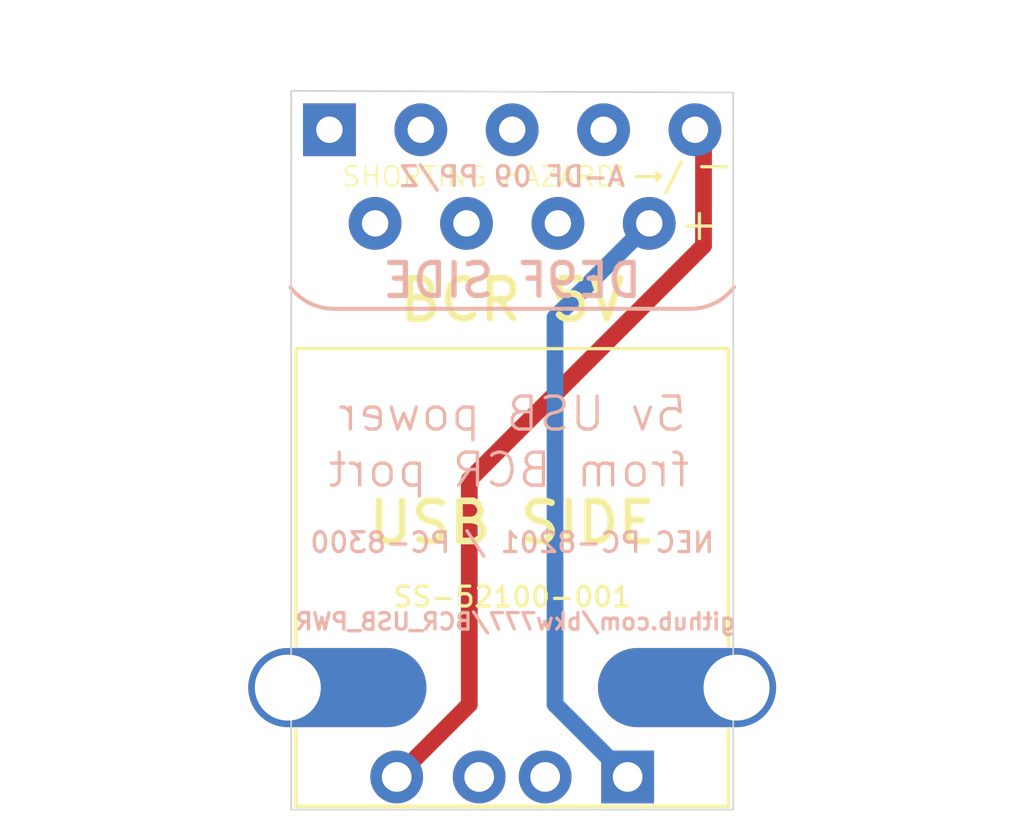
<source format=kicad_pcb>
(kicad_pcb (version 20171130) (host pcbnew 5.1.5-52549c5~84~ubuntu19.04.1)

  (general
    (thickness 1.6)
    (drawings 24)
    (tracks 8)
    (zones 0)
    (modules 2)
    (nets 4)
  )

  (page A4)
  (layers
    (0 F.Cu signal)
    (31 B.Cu signal)
    (32 B.Adhes user hide)
    (33 F.Adhes user hide)
    (34 B.Paste user hide)
    (35 F.Paste user hide)
    (36 B.SilkS user)
    (37 F.SilkS user)
    (38 B.Mask user)
    (39 F.Mask user hide)
    (40 Dwgs.User user hide)
    (41 Cmts.User user hide)
    (42 Eco1.User user hide)
    (43 Eco2.User user hide)
    (44 Edge.Cuts user)
    (45 Margin user hide)
    (46 B.CrtYd user hide)
    (47 F.CrtYd user hide)
    (48 B.Fab user hide)
    (49 F.Fab user hide)
  )

  (setup
    (last_trace_width 0.25)
    (user_trace_width 0.508)
    (trace_clearance 0.2)
    (zone_clearance 0.508)
    (zone_45_only no)
    (trace_min 0.2)
    (via_size 0.8)
    (via_drill 0.4)
    (via_min_size 0.4)
    (via_min_drill 0.3)
    (user_via 0.508 0.3048)
    (uvia_size 0.3)
    (uvia_drill 0.1)
    (uvias_allowed no)
    (uvia_min_size 0.2)
    (uvia_min_drill 0.1)
    (edge_width 0.05)
    (segment_width 0.2)
    (pcb_text_width 0.3)
    (pcb_text_size 1.5 1.5)
    (mod_edge_width 0.1016)
    (mod_text_size 1 1)
    (mod_text_width 0.15)
    (pad_size 1.6 1.6)
    (pad_drill 0.9)
    (pad_to_mask_clearance 0)
    (aux_axis_origin 0 0)
    (grid_origin 127 95.758)
    (visible_elements FFFFFF7F)
    (pcbplotparams
      (layerselection 0x010fc_ffffffff)
      (usegerberextensions false)
      (usegerberattributes false)
      (usegerberadvancedattributes false)
      (creategerberjobfile false)
      (excludeedgelayer true)
      (linewidth 0.100000)
      (plotframeref false)
      (viasonmask false)
      (mode 1)
      (useauxorigin false)
      (hpglpennumber 1)
      (hpglpenspeed 20)
      (hpglpendiameter 15.000000)
      (psnegative false)
      (psa4output false)
      (plotreference true)
      (plotvalue true)
      (plotinvisibletext false)
      (padsonsilk false)
      (subtractmaskfromsilk false)
      (outputformat 1)
      (mirror false)
      (drillshape 1)
      (scaleselection 1)
      (outputdirectory ""))
  )

  (net 0 "")
  (net 1 /+5V)
  (net 2 /GND)
  (net 3 "Net-(CN2-PadSH)")

  (net_class Default "This is the default net class."
    (clearance 0.2)
    (trace_width 0.25)
    (via_dia 0.8)
    (via_drill 0.4)
    (uvia_dia 0.3)
    (uvia_drill 0.1)
    (add_net /+5V)
    (add_net /GND)
    (add_net "Net-(CN2-PadSH)")
  )

  (module 0_LOCAL:A-DF_09_PP-Z_nec (layer B.Cu) (tedit 5F103A46) (tstamp 5F10179B)
    (at 121.46026 94.33814 180)
    (descr "9-pin D-Sub connector, straight/vertical, THT-mount, female, pitch 2.77x2.84mm, distance of mounting holes 25mm, see https://disti-assets.s3.amazonaws.com/tonar/files/datasheets/16730.pdf")
    (tags "9-pin D-Sub connector straight vertical THT female pitch 2.77x2.84mm mounting holes distance 25mm")
    (path /5F0C8236)
    (fp_text reference CN1 (at -5.5372 1.7018 180) (layer B.SilkS) hide
      (effects (font (size 1 1) (thickness 0.15)) (justify mirror))
    )
    (fp_text value DB9_Female (at -5.54 -4.53 180) (layer B.Fab)
      (effects (font (size 1 1) (thickness 0.15)) (justify mirror))
    )
    (fp_text user %R (at -5.54 -1.42 180) (layer B.Fab)
      (effects (font (size 1 1) (thickness 0.15)) (justify mirror))
    )
    (fp_line (start 9.96 3.91) (end -21.04 3.91) (layer B.CrtYd) (width 0.05))
    (fp_line (start 9.96 -6.74) (end 9.96 3.91) (layer B.CrtYd) (width 0.05))
    (fp_line (start -21.04 -6.74) (end 9.96 -6.74) (layer B.CrtYd) (width 0.05))
    (fp_line (start -21.04 3.91) (end -21.04 -6.74) (layer B.CrtYd) (width 0.05))
    (fp_line (start -10.942952 -5.43) (end -0.137048 -5.43) (layer B.SilkS) (width 0.12))
    (fp_line (start -13.358887 0.652163) (end -12.53015 -4.047837) (layer B.Fab) (width 0.1))
    (fp_line (start 2.278887 0.652163) (end 1.45015 -4.047837) (layer B.Fab) (width 0.1))
    (fp_line (start -10.954457 -5.37) (end -0.125543 -5.37) (layer B.Fab) (width 0.1))
    (fp_line (start -11.783194 2.53) (end 0.703194 2.53) (layer B.Fab) (width 0.1))
    (fp_arc (start -0.137048 -3.77) (end -0.137048 -5.43) (angle 52.39100523) (layer B.SilkS) (width 0.12))
    (fp_arc (start -10.942952 -3.77) (end -10.942952 -5.43) (angle -52.80148662) (layer B.SilkS) (width 0.12))
    (fp_arc (start -0.125543 -3.77) (end -0.125543 -5.37) (angle 80) (layer B.Fab) (width 0.1))
    (fp_arc (start -10.954457 -3.77) (end -10.954457 -5.37) (angle -80) (layer B.Fab) (width 0.1))
    (fp_arc (start 0.703194 0.93) (end 0.703194 2.53) (angle -100) (layer B.Fab) (width 0.1))
    (fp_arc (start -11.783194 0.93) (end -11.783194 2.53) (angle 100) (layer B.Fab) (width 0.1))
    (fp_line (start -5.54 -0.82) (end -5.54 -2.02) (layer Dwgs.User) (width 0.01))
    (fp_line (start -6.54 -1.42) (end -4.54 -1.42) (layer Dwgs.User) (width 0.01))
    (pad 9 thru_hole circle (at -9.695 -2.84 180) (size 1.6 1.6) (drill 0.8) (layers *.Cu *.Mask)
      (net 1 /+5V))
    (pad 8 thru_hole circle (at -6.925 -2.84 180) (size 1.6 1.6) (drill 0.8) (layers *.Cu *.Mask))
    (pad 7 thru_hole circle (at -4.155 -2.84 180) (size 1.6 1.6) (drill 0.8) (layers *.Cu *.Mask))
    (pad 6 thru_hole circle (at -1.385 -2.84 180) (size 1.6 1.6) (drill 0.8) (layers *.Cu *.Mask))
    (pad 5 thru_hole circle (at -11.08 0 180) (size 1.6 1.6) (drill 0.8) (layers *.Cu *.Mask)
      (net 2 /GND))
    (pad 4 thru_hole circle (at -8.31 0 180) (size 1.6 1.6) (drill 0.8) (layers *.Cu *.Mask))
    (pad 3 thru_hole circle (at -5.54 0 180) (size 1.6 1.6) (drill 0.8) (layers *.Cu *.Mask))
    (pad 2 thru_hole circle (at -2.77 0 180) (size 1.6 1.6) (drill 0.8) (layers *.Cu *.Mask))
    (pad 1 thru_hole rect (at 0 0 180) (size 1.6 1.6) (drill 0.8) (layers *.Cu *.Mask))
    (model ${KIPRJMOD}/3dmodels/DE9F_metal.step
      (offset (xyz -5.54 -1.42 6.3))
      (scale (xyz 1 1 1))
      (rotate (xyz 0 0 0))
    )
  )

  (module 0_LOCAL:USB_A_Female_UE27AC54100_cut (layer F.Cu) (tedit 5F100B70) (tstamp 5F0C1E7E)
    (at 127 111.258 180)
    (path /5F0C3585)
    (fp_text reference CN2 (at 0 -0.889 180 unlocked) (layer F.SilkS) hide
      (effects (font (size 1 1) (thickness 0.15)))
    )
    (fp_text value UE27AC54100 (at 0 11.35 180) (layer F.Fab)
      (effects (font (size 1 1) (thickness 0.15)))
    )
    (fp_line (start -6.55 -3.6) (end 6.55 -3.6) (layer F.SilkS) (width 0.1))
    (fp_line (start 6.55 1.25) (end 6.55 10.28) (layer F.SilkS) (width 0.1))
    (fp_line (start -6.55 1.25) (end -6.55 10.28) (layer F.SilkS) (width 0.1))
    (fp_line (start -6.55 -3.6) (end -6.55 -1.25) (layer F.SilkS) (width 0.1))
    (fp_line (start -6.55 -3.6) (end 6.55 -3.6) (layer F.Fab) (width 0.1))
    (fp_line (start 6.55 -3.6) (end 6.55 10.28) (layer F.Fab) (width 0.1))
    (fp_line (start -6.55 -3.6) (end -6.55 10.28) (layer F.Fab) (width 0.1))
    (fp_line (start -6.55 10.28) (end 6.55 10.28) (layer F.Fab) (width 0.1))
    (fp_line (start 6.55 -3.6) (end 6.55 -1.25) (layer F.SilkS) (width 0.1))
    (fp_line (start 6.55 10.28) (end -6.55 10.28) (layer F.SilkS) (width 0.1))
    (fp_line (start -6.75 -3.94) (end 6.75 -3.94) (layer F.CrtYd) (width 0.05))
    (fp_line (start 6.75 -3.94) (end 6.75 10.375) (layer F.CrtYd) (width 0.05))
    (fp_line (start -6.75 -3.94) (end -6.75 10.375) (layer F.CrtYd) (width 0.05))
    (fp_line (start -6.75 10.375) (end 6.75 10.375) (layer F.CrtYd) (width 0.05))
    (fp_text user %R (at -0.025 0.975 180) (layer F.Fab)
      (effects (font (size 1 1) (thickness 0.15)))
    )
    (pad 4 thru_hole circle (at 3.5 -2.71 180) (size 1.6 1.6) (drill 0.9) (layers *.Cu *.Mask)
      (net 2 /GND))
    (pad 3 thru_hole circle (at 1 -2.71 180) (size 1.6 1.6) (drill 0.9) (layers *.Cu *.Mask))
    (pad 2 thru_hole circle (at -1 -2.71 180) (size 1.6 1.6) (drill 0.9) (layers *.Cu *.Mask))
    (pad 1 thru_hole rect (at -3.5 -2.71 180) (size 1.6 1.6) (drill 0.9) (layers *.Cu *.Mask)
      (net 1 /+5V))
    (pad SH thru_hole oval (at 6.8 0 180) (size 5.4 2.4) (drill 2 (offset -1.5 0)) (layers *.Cu *.Mask)
      (net 3 "Net-(CN2-PadSH)"))
    (pad SH thru_hole oval (at -6.8 0 180) (size 5.4 2.4) (drill 2 (offset 1.5 0)) (layers *.Cu *.Mask)
      (net 3 "Net-(CN2-PadSH)"))
    (model ${KIPRJMOD}/3dmodels/USB-A_female_horiz_thru.step
      (offset (xyz 0 3.5 6.9))
      (scale (xyz 1 1 1))
      (rotate (xyz 0 0 0))
    )
  )

  (gr_line (start 131.5 95.758) (end 131.375 95.633) (layer F.SilkS) (width 0.1016))
  (gr_line (start 131.5 95.758) (end 131.375 95.883) (layer F.SilkS) (width 0.1016))
  (gr_line (start 131.5 95.758) (end 130.75 95.758) (layer F.SilkS) (width 0.1016))
  (gr_line (start 131.65 96.258) (end 132.125 95.308) (layer F.SilkS) (width 0.1016))
  (gr_text "SHORTING HAZARD!" (at 126.125 95.758) (layer F.SilkS)
    (effects (font (size 0.6 0.6) (thickness 0.06)))
  )
  (gr_text - (at 133.125 95.383) (layer F.SilkS) (tstamp 5F104BC0)
    (effects (font (size 1 1) (thickness 0.1)))
  )
  (gr_text + (at 132.675 97.183) (layer F.SilkS)
    (effects (font (size 1 1) (thickness 0.1)))
  )
  (gr_text "A-DF 09 PP/Z" (at 127 95.758) (layer B.SilkS) (tstamp 5F0FB4DF)
    (effects (font (size 0.6 0.6) (thickness 0.1)) (justify mirror))
  )
  (gr_text "from BCR port" (at 126.9 104.658) (layer B.SilkS) (tstamp 5F101D38)
    (effects (font (size 1 1) (thickness 0.1)) (justify mirror))
  )
  (gr_text SS-52100-001 (at 127 108.508) (layer F.SilkS) (tstamp 5F0FB580)
    (effects (font (size 0.6 0.6) (thickness 0.1)))
  )
  (gr_text github.com/bkw777/BCR_USB_PWR (at 127.1 109.258) (layer B.SilkS) (tstamp 5F0FB320)
    (effects (font (size 0.5 0.5) (thickness 0.1)) (justify mirror))
  )
  (gr_text "NEC PC-8201 / PC-8300" (at 127 106.858) (layer B.SilkS) (tstamp 5F0FB31C)
    (effects (font (size 0.6 0.6) (thickness 0.1)) (justify mirror))
  )
  (gr_text "5v USB power" (at 127 102.958) (layer B.SilkS) (tstamp 5F103184)
    (effects (font (size 1 1) (thickness 0.1)) (justify mirror))
  )
  (gr_line (start 120.3 93.158) (end 120.3 114.958) (layer Edge.Cuts) (width 0.05) (tstamp 5F0CCB85))
  (gr_line (start 133.7 93.208) (end 120.3 93.158) (layer Edge.Cuts) (width 0.05))
  (gr_line (start 133.7 114.958) (end 133.7 93.208) (layer Edge.Cuts) (width 0.05))
  (gr_line (start 120.3 114.958) (end 133.7 114.958) (layer Edge.Cuts) (width 0.05))
  (gr_line (start 125 114.258) (end 129 114.258) (layer Dwgs.User) (width 0.0254))
  (gr_line (start 127 97.258) (end 127 114.258) (layer Dwgs.User) (width 0.0254))
  (gr_line (start 114.3 87.376) (end 139.7 104.14) (layer Dwgs.User) (width 0.0254))
  (gr_line (start 114.3 104.14) (end 139.7 87.376) (layer Dwgs.User) (width 0.0254))
  (gr_text "BCR 5V" (at 127 99.508) (layer F.SilkS)
    (effects (font (size 1.2192 1.2192) (thickness 0.2032)))
  )
  (gr_text "DE9F SIDE" (at 127 98.908) (layer B.SilkS)
    (effects (font (size 1 1) (thickness 0.16)) (justify mirror))
  )
  (gr_text "USB SIDE" (at 127 106.258) (layer F.SilkS)
    (effects (font (size 1.2192 1.2192) (thickness 0.2032)))
  )

  (segment (start 128.3 111.768) (end 130.5 113.968) (width 0.508) (layer B.Cu) (net 1))
  (segment (start 131.15526 97.17814) (end 128.3 100.0334) (width 0.508) (layer B.Cu) (net 1))
  (segment (start 128.3 100.0334) (end 128.3 111.768) (width 0.508) (layer B.Cu) (net 1))
  (segment (start 132.8 97.858) (end 132.8 94.59788) (width 0.508) (layer F.Cu) (net 2))
  (segment (start 125.7 104.958) (end 132.8 97.858) (width 0.508) (layer F.Cu) (net 2))
  (segment (start 123.5 113.968) (end 125.7 111.768) (width 0.508) (layer F.Cu) (net 2))
  (segment (start 132.8 94.59788) (end 132.54026 94.33814) (width 0.508) (layer F.Cu) (net 2))
  (segment (start 125.7 111.768) (end 125.7 104.958) (width 0.508) (layer F.Cu) (net 2))

)

</source>
